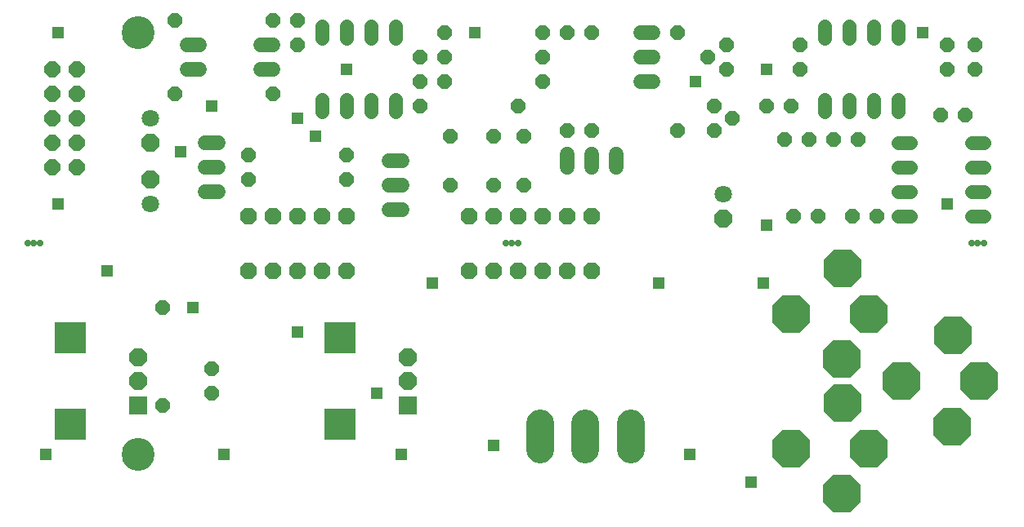
<source format=gts>
G04 EAGLE Gerber RS-274X export*
G75*
%MOMM*%
%FSLAX34Y34*%
%LPD*%
%INSoldermask Top*%
%IPPOS*%
%AMOC8*
5,1,8,0,0,1.08239X$1,22.5*%
G01*
%ADD10C,3.416300*%
%ADD11C,0.703200*%
%ADD12P,1.649562X8X292.500000*%
%ADD13P,1.951982X8X112.500000*%
%ADD14C,1.803400*%
%ADD15P,1.951982X8X292.500000*%
%ADD16C,1.524000*%
%ADD17C,1.411200*%
%ADD18R,1.879600X1.879600*%
%ADD19P,2.034460X8X22.500000*%
%ADD20R,3.319200X3.319200*%
%ADD21P,1.649562X8X112.500000*%
%ADD22P,4.278904X8X202.500000*%
%ADD23P,4.278904X8X112.500000*%
%ADD24P,1.649562X8X22.500000*%
%ADD25C,2.908300*%
%ADD26P,1.649562X8X202.500000*%
%ADD27P,1.759533X8X292.500000*%
%ADD28P,1.869504X8X112.500000*%
%ADD29R,1.209600X1.209600*%


D10*
X133350Y501650D03*
X133350Y63500D03*
D11*
X996950Y282575D03*
X1003300Y282575D03*
X1009650Y282575D03*
X19050Y282575D03*
X25400Y282575D03*
X31750Y282575D03*
X520700Y282575D03*
X527050Y282575D03*
X514350Y282575D03*
X19050Y282575D03*
D12*
X501650Y393700D03*
X501650Y342900D03*
X457200Y393700D03*
X457200Y342900D03*
X533400Y393700D03*
X533400Y342900D03*
D13*
X146050Y349250D03*
D14*
X146050Y323850D03*
D15*
X146050Y387350D03*
D14*
X146050Y412750D03*
D15*
X739775Y307975D03*
D14*
X739775Y333375D03*
D16*
X197104Y488950D02*
X183896Y488950D01*
X260096Y488950D02*
X273304Y488950D01*
X273304Y463550D02*
X260096Y463550D01*
X197104Y463550D02*
X183896Y463550D01*
D17*
X400050Y495610D02*
X400050Y507690D01*
X374650Y507690D02*
X374650Y495610D01*
X349250Y495610D02*
X349250Y507690D01*
X323850Y507690D02*
X323850Y495610D01*
X323850Y431490D02*
X323850Y419410D01*
X349250Y419410D02*
X349250Y431490D01*
X374650Y431490D02*
X374650Y419410D01*
X400050Y419410D02*
X400050Y431490D01*
X920750Y495610D02*
X920750Y507690D01*
X895350Y507690D02*
X895350Y495610D01*
X869950Y495610D02*
X869950Y507690D01*
X844550Y507690D02*
X844550Y495610D01*
X844550Y431490D02*
X844550Y419410D01*
X869950Y419410D02*
X869950Y431490D01*
X895350Y431490D02*
X895350Y419410D01*
X920750Y419410D02*
X920750Y431490D01*
D16*
X406654Y368300D02*
X393446Y368300D01*
X393446Y317500D02*
X406654Y317500D01*
X406654Y342900D02*
X393446Y342900D01*
X577850Y361696D02*
X577850Y374904D01*
X628650Y374904D02*
X628650Y361696D01*
X603250Y361696D02*
X603250Y374904D01*
D18*
X412900Y114700D03*
D19*
X412900Y139700D03*
X412900Y164700D03*
D20*
X342900Y184700D03*
X342900Y94700D03*
D18*
X133500Y114700D03*
D19*
X133500Y139700D03*
X133500Y164700D03*
D20*
X63500Y184700D03*
X63500Y94700D03*
D21*
X742950Y488950D03*
X723900Y476250D03*
X742950Y463550D03*
D12*
X730250Y400050D03*
X749300Y412750D03*
X730250Y425450D03*
D22*
X862250Y162360D03*
X863250Y257010D03*
D23*
X890250Y209550D03*
X809790Y209550D03*
D22*
X862250Y22660D03*
X863250Y117310D03*
D23*
X890250Y69850D03*
X809790Y69850D03*
D22*
X976550Y92510D03*
X977550Y187160D03*
D23*
X1004550Y139700D03*
X924090Y139700D03*
D24*
X171450Y438150D03*
X273050Y438150D03*
X171450Y514350D03*
X273050Y514350D03*
D25*
X549910Y95441D02*
X549910Y68390D01*
X596900Y68390D02*
X596900Y95441D01*
X643890Y95441D02*
X643890Y68390D01*
D21*
X158750Y114300D03*
X158750Y215900D03*
D24*
X425450Y425450D03*
X527050Y425450D03*
X450850Y450850D03*
X552450Y450850D03*
D12*
X603250Y501650D03*
X603250Y400050D03*
D21*
X577850Y400050D03*
X577850Y501650D03*
D26*
X552450Y476250D03*
X450850Y476250D03*
D12*
X971550Y488950D03*
X971550Y463550D03*
D26*
X809625Y425450D03*
X784225Y425450D03*
D16*
X667004Y501650D02*
X653796Y501650D01*
X653796Y450850D02*
X667004Y450850D01*
X667004Y476250D02*
X653796Y476250D01*
D21*
X692150Y400050D03*
X692150Y501650D03*
D24*
X450850Y501650D03*
X552450Y501650D03*
D21*
X1000125Y463550D03*
X1000125Y488950D03*
D24*
X854075Y390525D03*
X879475Y390525D03*
X803275Y390525D03*
X828675Y390525D03*
D27*
X44450Y463550D03*
X69850Y463550D03*
X44450Y438150D03*
X69850Y438150D03*
X44450Y412750D03*
X69850Y412750D03*
X44450Y387350D03*
X69850Y387350D03*
X44450Y361950D03*
X69850Y361950D03*
D21*
X209550Y127000D03*
X209550Y152400D03*
D26*
X349250Y349250D03*
X247650Y349250D03*
X349250Y374650D03*
X247650Y374650D03*
D16*
X216154Y387350D02*
X202946Y387350D01*
X202946Y336550D02*
X216154Y336550D01*
X216154Y361950D02*
X202946Y361950D01*
D21*
X819150Y463550D03*
X819150Y488950D03*
D12*
X298450Y514350D03*
X298450Y488950D03*
X425450Y476250D03*
X425450Y450850D03*
D28*
X577850Y311150D03*
X577850Y254000D03*
X552450Y311150D03*
X552450Y254000D03*
X603250Y311150D03*
X603250Y254000D03*
X527050Y254000D03*
X501650Y254000D03*
X476250Y254000D03*
X476250Y311150D03*
X527050Y311150D03*
X501650Y311150D03*
X298450Y311150D03*
X247650Y311150D03*
X273050Y311150D03*
X273050Y254000D03*
X298450Y254000D03*
X247650Y254000D03*
X323850Y311150D03*
X323850Y254000D03*
X349250Y311150D03*
X349250Y254000D03*
D17*
X921060Y387350D02*
X933140Y387350D01*
X933140Y361950D02*
X921060Y361950D01*
X921060Y336550D02*
X933140Y336550D01*
X933140Y311150D02*
X921060Y311150D01*
X997260Y311150D02*
X1009340Y311150D01*
X1009340Y336550D02*
X997260Y336550D01*
X997260Y361950D02*
X1009340Y361950D01*
X1009340Y387350D02*
X997260Y387350D01*
D26*
X838200Y311150D03*
X812800Y311150D03*
D24*
X873125Y311150D03*
X898525Y311150D03*
D26*
X990600Y415925D03*
X965200Y415925D03*
D29*
X38100Y63500D03*
X101600Y254000D03*
X222250Y63500D03*
X190500Y215900D03*
X406400Y63500D03*
X438150Y241300D03*
X501650Y73025D03*
X704850Y63500D03*
X673100Y241300D03*
X768350Y34925D03*
X781050Y241300D03*
X971550Y323850D03*
X946150Y501650D03*
X784225Y463550D03*
X784225Y301625D03*
X711200Y450850D03*
X482600Y501650D03*
X209550Y425450D03*
X317500Y393700D03*
X177800Y377825D03*
X50800Y323850D03*
X50800Y501650D03*
X349250Y463550D03*
X298450Y412750D03*
X381000Y127000D03*
X298450Y190500D03*
M02*

</source>
